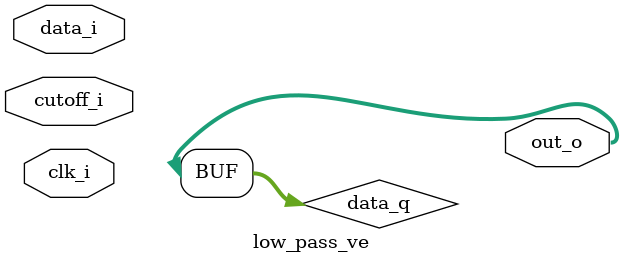
<source format=v>
`timescale 1ns / 1ps


module low_pass_ve #(
    parameter WIDTH = 16
)(
    input wire clk_i,
    input wire [WIDTH-1:0] data_i,
    input wire [WIDTH-1:0] cutoff_i,
    
    output wire [WIDTH-1:0] out_o
    );
    
    reg [WIDTH-1:0] data_d, data_q;
    assign out_o = data_q;
    
    
endmodule

</source>
